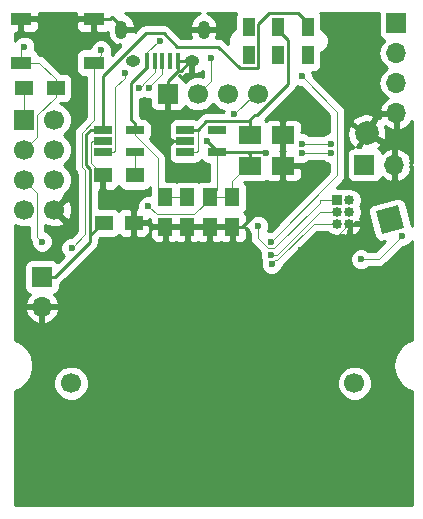
<source format=gbl>
G04 #@! TF.FileFunction,Copper,L2,Bot,Signal*
%FSLAX46Y46*%
G04 Gerber Fmt 4.6, Leading zero omitted, Abs format (unit mm)*
G04 Created by KiCad (PCBNEW 4.0.6) date 11/07/17 14:14:17*
%MOMM*%
%LPD*%
G01*
G04 APERTURE LIST*
%ADD10C,0.100000*%
%ADD11R,1.700000X1.700000*%
%ADD12C,1.700000*%
%ADD13O,1.700000X1.700000*%
%ADD14C,2.000000*%
%ADD15R,1.250000X1.500000*%
%ADD16R,1.500000X1.250000*%
%ADD17R,0.400000X1.350000*%
%ADD18O,1.250000X0.950000*%
%ADD19O,1.000000X1.550000*%
%ADD20R,1.500000X1.300000*%
%ADD21R,1.800000X1.100000*%
%ADD22R,1.560000X0.650000*%
%ADD23R,1.950000X1.500000*%
%ADD24R,1.000000X1.600000*%
%ADD25R,0.850000X0.850000*%
%ADD26O,0.850000X0.850000*%
%ADD27C,0.600000*%
%ADD28C,0.250000*%
%ADD29C,0.254000*%
G04 APERTURE END LIST*
D10*
D11*
X135500000Y-62690000D03*
D12*
X138040000Y-62690000D03*
X135500000Y-65230000D03*
X138040000Y-65230000D03*
X135500000Y-67770000D03*
X138040000Y-67770000D03*
X135500000Y-70310000D03*
X138040000Y-70310000D03*
D11*
X137000000Y-76000000D03*
D13*
X137000000Y-78540000D03*
D10*
G36*
X167691770Y-71848143D02*
X165759918Y-72365781D01*
X165242280Y-70433929D01*
X167174132Y-69916291D01*
X167691770Y-71848143D01*
X167691770Y-71848143D01*
G37*
D14*
X164500000Y-63800000D03*
D15*
X149300000Y-69250000D03*
X149300000Y-71750000D03*
X147446197Y-69247797D03*
X147446197Y-71747797D03*
X151200000Y-69250000D03*
X151200000Y-71750000D03*
X153100000Y-69250000D03*
X153100000Y-71750000D03*
D16*
X142250000Y-71400000D03*
X144750000Y-71400000D03*
D17*
X145900000Y-57750000D03*
X146550000Y-57750000D03*
X147200000Y-57750000D03*
X147850000Y-57750000D03*
X148500000Y-57750000D03*
D18*
X144700000Y-57750000D03*
X149700000Y-57750000D03*
D19*
X143700000Y-55050000D03*
X150700000Y-55050000D03*
D11*
X164300000Y-66500000D03*
D13*
X166840000Y-66500000D03*
D20*
X138150000Y-60000000D03*
X135450000Y-60000000D03*
X142150000Y-67400000D03*
X144850000Y-67400000D03*
D21*
X135200000Y-57850000D03*
X141400000Y-57850000D03*
X135200000Y-54150000D03*
X141400000Y-54150000D03*
D22*
X142150000Y-65450000D03*
X142150000Y-64500000D03*
X142150000Y-63550000D03*
X144850000Y-63550000D03*
X144850000Y-65450000D03*
X149150000Y-65450000D03*
X149150000Y-64500000D03*
X149150000Y-63550000D03*
X151850000Y-63550000D03*
X151850000Y-65450000D03*
D23*
X154625000Y-64000000D03*
X157375000Y-64000000D03*
X154625000Y-66600000D03*
X157375000Y-66600000D03*
D24*
X159500000Y-57200000D03*
X157000000Y-57200000D03*
X154500000Y-57200000D03*
X159500000Y-54800000D03*
X154500000Y-54800000D03*
X157000000Y-54800000D03*
D25*
X162000000Y-69500000D03*
D26*
X163000000Y-69500000D03*
X162000000Y-70500000D03*
X163000000Y-70500000D03*
X162000000Y-71500000D03*
X163000000Y-71500000D03*
D11*
X147660000Y-60500000D03*
D12*
X150200000Y-60500000D03*
X152740000Y-60500000D03*
X155280000Y-60500000D03*
X139460000Y-85000000D03*
X163460000Y-85000000D03*
D11*
X167000000Y-54500000D03*
D13*
X167000000Y-57040000D03*
X167000000Y-59580000D03*
X167000000Y-62120000D03*
D27*
X158950000Y-73750000D03*
X160000000Y-84000000D03*
X155000000Y-85000000D03*
X147000000Y-85000000D03*
X161450000Y-64699997D03*
X159000000Y-64699997D03*
X147000000Y-56000000D03*
X151300000Y-57500000D03*
X146000000Y-70000000D03*
X137000000Y-73000000D03*
X156000000Y-65500000D03*
X151000000Y-64500000D03*
X159000000Y-59000000D03*
X156400000Y-73000000D03*
X156372207Y-74100001D03*
X145221500Y-60026228D03*
X146021059Y-59999320D03*
X155283716Y-71653465D03*
X142000000Y-56799998D03*
X135500000Y-56500000D03*
X156450000Y-74896211D03*
X139500000Y-73550000D03*
X161450000Y-65500000D03*
X159000000Y-65500000D03*
X144000000Y-58700000D03*
X167500000Y-72500000D03*
X164000000Y-74500000D03*
X153300000Y-62200000D03*
D28*
X141120000Y-63550000D02*
X142150000Y-63550000D01*
X140744988Y-63925012D02*
X141120000Y-63550000D01*
X140744988Y-66525333D02*
X140744988Y-63925012D01*
X141044999Y-66825343D02*
X140744988Y-66525333D01*
X141044999Y-73055001D02*
X141044999Y-66825343D01*
X142150000Y-63550000D02*
X142150000Y-59018616D01*
X151914998Y-56500000D02*
X153739999Y-58325001D01*
X145793618Y-55374998D02*
X147300002Y-55374998D01*
X155325001Y-58260001D02*
X155325001Y-54589997D01*
X147300002Y-55374998D02*
X148425004Y-56500000D01*
X142150000Y-59018616D02*
X145793618Y-55374998D01*
X159500000Y-54500000D02*
X159500000Y-54800000D01*
X148425004Y-56500000D02*
X151914998Y-56500000D01*
X155325001Y-54589997D02*
X156239999Y-53674999D01*
X153739999Y-58325001D02*
X155260001Y-58325001D01*
X158674999Y-53674999D02*
X159500000Y-54500000D01*
X156239999Y-53674999D02*
X158674999Y-53674999D01*
X155260001Y-58325001D02*
X155325001Y-58260001D01*
X141044999Y-72480001D02*
X142125000Y-71400000D01*
X141044999Y-73055001D02*
X141044999Y-72480001D01*
X142125000Y-71400000D02*
X142250000Y-71400000D01*
X137000000Y-76000000D02*
X138100000Y-76000000D01*
X138100000Y-76000000D02*
X141044999Y-73055001D01*
D10*
X158950000Y-73750000D02*
X159249999Y-73450001D01*
X159249999Y-73450001D02*
X161049999Y-73450001D01*
X161049999Y-73450001D02*
X162575001Y-71924999D01*
X162575001Y-71924999D02*
X163000000Y-71500000D01*
X141119999Y-64650001D02*
X141119999Y-66369999D01*
X142150000Y-64500000D02*
X141270000Y-64500000D01*
X141270000Y-64500000D02*
X141119999Y-64650001D01*
X141119999Y-66369999D02*
X142150000Y-67400000D01*
D28*
X153100000Y-71750000D02*
X153975000Y-71750000D01*
X153975000Y-71750000D02*
X157375000Y-68350000D01*
X157375000Y-68350000D02*
X157375000Y-67600000D01*
X157375000Y-67600000D02*
X157375000Y-66600000D01*
X141400000Y-54150000D02*
X142800000Y-54150000D01*
X142925000Y-54025000D02*
X142950000Y-54025000D01*
X142800000Y-54150000D02*
X142925000Y-54025000D01*
X142950000Y-54025000D02*
X143700000Y-54775000D01*
X143700000Y-54775000D02*
X143700000Y-55050000D01*
X148500000Y-58560000D02*
X148740000Y-58560000D01*
X148740000Y-58560000D02*
X149550000Y-57750000D01*
X149550000Y-57750000D02*
X149700000Y-57750000D01*
X148500000Y-57750000D02*
X149700000Y-57750000D01*
X147660000Y-60500000D02*
X147660000Y-59400000D01*
X148500000Y-58560000D02*
X148500000Y-57750000D01*
X147660000Y-59400000D02*
X148500000Y-58560000D01*
X149150000Y-64500000D02*
X148120000Y-64500000D01*
D10*
X159000000Y-64699997D02*
X161450000Y-64699997D01*
X147446197Y-69247797D02*
X149297797Y-69247797D01*
X149297797Y-69247797D02*
X149300000Y-69250000D01*
X146800000Y-67150002D02*
X146800000Y-68601600D01*
X146800000Y-68601600D02*
X147446197Y-69247797D01*
X144850000Y-63550000D02*
X144850000Y-63975000D01*
X144850000Y-63975000D02*
X146800000Y-65925000D01*
X146800000Y-65925000D02*
X146800000Y-67150002D01*
X145900000Y-56975000D02*
X146875000Y-56000000D01*
X145900000Y-57750000D02*
X145900000Y-56975000D01*
X146875000Y-56000000D02*
X147000000Y-56000000D01*
D28*
X145900000Y-57750000D02*
X145900000Y-58225000D01*
X145900000Y-58225000D02*
X144574996Y-59550004D01*
X144574996Y-59550004D02*
X144574996Y-62699996D01*
X144574996Y-62699996D02*
X144850000Y-62975000D01*
X144850000Y-62975000D02*
X144850000Y-63550000D01*
D10*
X151300000Y-57500000D02*
X151300001Y-57924265D01*
X151300001Y-57924265D02*
X151300001Y-59399999D01*
X153100000Y-69250000D02*
X153100000Y-67900000D01*
X153100000Y-67900000D02*
X154400000Y-66600000D01*
X154400000Y-66600000D02*
X154625000Y-66600000D01*
X151850000Y-65450000D02*
X151850000Y-68600000D01*
X151850000Y-68600000D02*
X151200000Y-69250000D01*
X151300001Y-59399999D02*
X151049999Y-59650001D01*
X151049999Y-59650001D02*
X150200000Y-60500000D01*
X151200000Y-69250000D02*
X153100000Y-69250000D01*
X146000000Y-70000000D02*
X146700000Y-70700000D01*
X149875000Y-70700000D02*
X151200000Y-69375000D01*
X146700000Y-70700000D02*
X149875000Y-70700000D01*
X151200000Y-69375000D02*
X151200000Y-69250000D01*
X135500000Y-67770000D02*
X136600001Y-68870001D01*
X136600001Y-68870001D02*
X136600001Y-72600001D01*
X136600001Y-72600001D02*
X137000000Y-73000000D01*
D28*
X154475000Y-65450000D02*
X154625000Y-65600000D01*
X154625000Y-65600000D02*
X154625000Y-66600000D01*
X153450000Y-65450000D02*
X155950000Y-65450000D01*
X155950000Y-65450000D02*
X156000000Y-65500000D01*
X151850000Y-65450000D02*
X153450000Y-65450000D01*
X151850000Y-65450000D02*
X151850000Y-65350000D01*
X151850000Y-65350000D02*
X151000000Y-64500000D01*
D10*
X135500000Y-62690000D02*
X135500000Y-60050000D01*
X135500000Y-60050000D02*
X135450000Y-60000000D01*
X149150000Y-63550000D02*
X150030000Y-63550000D01*
X150030000Y-63550000D02*
X150180001Y-63700001D01*
X150030000Y-65450000D02*
X149150000Y-65450000D01*
X150180001Y-63700001D02*
X150180001Y-65299999D01*
X150180001Y-65299999D02*
X150030000Y-65450000D01*
D28*
X154450019Y-62825001D02*
X155000000Y-62275020D01*
X150180000Y-63550000D02*
X150904999Y-62825001D01*
X149150000Y-63550000D02*
X150180000Y-63550000D01*
X150904999Y-62825001D02*
X154450019Y-62825001D01*
X157000000Y-54800000D02*
X157000000Y-55100000D01*
X157000000Y-55100000D02*
X157825001Y-55925001D01*
X157825001Y-55925001D02*
X157825001Y-59694001D01*
X157825001Y-59694001D02*
X155243982Y-62275020D01*
X155243982Y-62275020D02*
X155000000Y-62275020D01*
X154625000Y-62650020D02*
X155000000Y-62275020D01*
X154625000Y-64000000D02*
X154625000Y-62650020D01*
D10*
X159000000Y-59000000D02*
X162000000Y-62000000D01*
X159000000Y-70400000D02*
X156400000Y-73000000D01*
X162000000Y-62000000D02*
X162000000Y-67400000D01*
X162000000Y-67400000D02*
X156400000Y-73000000D01*
X156372207Y-74100001D02*
X156899999Y-74100001D01*
X156899999Y-74100001D02*
X160500000Y-70500000D01*
X160500000Y-70500000D02*
X162000000Y-70500000D01*
X146550000Y-57750000D02*
X146550000Y-58651731D01*
X146550000Y-58651731D02*
X145521499Y-59680232D01*
X145521499Y-59680232D02*
X145521499Y-59726229D01*
X145521499Y-59726229D02*
X145221500Y-60026228D01*
X146321058Y-59699321D02*
X146021059Y-59999320D01*
X147200000Y-58820379D02*
X146321058Y-59699321D01*
X147200000Y-57750000D02*
X147200000Y-58820379D01*
X160500000Y-69500000D02*
X160500000Y-69714002D01*
X160500000Y-69714002D02*
X156664001Y-73550001D01*
X156664001Y-73550001D02*
X156135999Y-73550001D01*
X156135999Y-73550001D02*
X155283716Y-72697718D01*
X155283716Y-72697718D02*
X155283716Y-72077729D01*
X155283716Y-72077729D02*
X155283716Y-71653465D01*
X160500000Y-69500000D02*
X162000000Y-69500000D01*
X142000000Y-56799998D02*
X142000000Y-57224262D01*
X142000000Y-57224262D02*
X141400000Y-57824262D01*
X141400000Y-57824262D02*
X141400000Y-57850000D01*
X135200000Y-57850000D02*
X135200000Y-56800000D01*
X135200000Y-56800000D02*
X135500000Y-56500000D01*
X156450000Y-74896211D02*
X156749999Y-74596212D01*
X156749999Y-74596212D02*
X156903788Y-74596212D01*
X156903788Y-74596212D02*
X160000000Y-71500000D01*
X139500000Y-73550000D02*
X140669989Y-72380011D01*
X140669989Y-72380011D02*
X140669989Y-66980677D01*
X140669989Y-66980677D02*
X140369978Y-66680667D01*
X140369978Y-66680667D02*
X140369978Y-63769678D01*
X140369978Y-63769678D02*
X141400000Y-62739656D01*
X141400000Y-62739656D02*
X141400000Y-57850000D01*
X160000000Y-71500000D02*
X162000000Y-71500000D01*
X138150000Y-60000000D02*
X138150000Y-59250000D01*
X138150000Y-59250000D02*
X136750000Y-57850000D01*
X136750000Y-57850000D02*
X136200000Y-57850000D01*
X136200000Y-57850000D02*
X135200000Y-57850000D01*
X135500000Y-65230000D02*
X136600001Y-64129999D01*
X136600001Y-64129999D02*
X136600001Y-62299999D01*
X136600001Y-62299999D02*
X138150000Y-60750000D01*
X138150000Y-60750000D02*
X138150000Y-60000000D01*
X159000000Y-65500000D02*
X161450000Y-65500000D01*
X144000000Y-58700000D02*
X144000000Y-59124264D01*
X144000000Y-59124264D02*
X143180001Y-59944263D01*
X143180001Y-59944263D02*
X143180001Y-65299999D01*
X143030000Y-65450000D02*
X142150000Y-65450000D01*
X143180001Y-65299999D02*
X143030000Y-65450000D01*
X142150000Y-65450000D02*
X142605000Y-65450000D01*
X144850000Y-67400000D02*
X144850000Y-65450000D01*
X164000000Y-74500000D02*
X165500000Y-74500000D01*
X165500000Y-74500000D02*
X167500000Y-72500000D01*
X153300000Y-62200000D02*
X155000000Y-60500000D01*
X155000000Y-60500000D02*
X155280000Y-60500000D01*
D29*
G36*
X139865000Y-53864250D02*
X140023750Y-54023000D01*
X141273000Y-54023000D01*
X141273000Y-54003000D01*
X141527000Y-54003000D01*
X141527000Y-54023000D01*
X141547000Y-54023000D01*
X141547000Y-54277000D01*
X141527000Y-54277000D01*
X141527000Y-55176250D01*
X141685750Y-55335000D01*
X142426309Y-55335000D01*
X142565000Y-55277552D01*
X142565000Y-55452000D01*
X142699998Y-55876678D01*
X142987237Y-56217368D01*
X143398126Y-56419119D01*
X143572998Y-56292955D01*
X143572998Y-56460000D01*
X143633814Y-56460000D01*
X142923111Y-57170703D01*
X142903162Y-57064683D01*
X142902758Y-57064055D01*
X142934838Y-56986797D01*
X142935162Y-56614831D01*
X142793117Y-56271055D01*
X142530327Y-56007806D01*
X142186799Y-55865160D01*
X141814833Y-55864836D01*
X141471057Y-56006881D01*
X141207808Y-56269671D01*
X141065162Y-56613199D01*
X141065128Y-56652560D01*
X140500000Y-56652560D01*
X140264683Y-56696838D01*
X140048559Y-56835910D01*
X139903569Y-57048110D01*
X139852560Y-57300000D01*
X139852560Y-58400000D01*
X139896838Y-58635317D01*
X140035910Y-58851441D01*
X140248110Y-58996431D01*
X140500000Y-59047440D01*
X140715000Y-59047440D01*
X140715000Y-62455920D01*
X139885610Y-63285310D01*
X139737121Y-63507540D01*
X139684978Y-63769678D01*
X139684978Y-66680668D01*
X139737121Y-66942806D01*
X139762426Y-66980677D01*
X139875566Y-67150002D01*
X139885611Y-67165036D01*
X139984989Y-67264414D01*
X139984989Y-72096275D01*
X139466294Y-72614970D01*
X139314833Y-72614838D01*
X138971057Y-72756883D01*
X138707808Y-73019673D01*
X138565162Y-73363201D01*
X138564838Y-73735167D01*
X138706883Y-74078943D01*
X138826465Y-74198733D01*
X138319003Y-74706195D01*
X138314090Y-74698559D01*
X138101890Y-74553569D01*
X137850000Y-74502560D01*
X136150000Y-74502560D01*
X135914683Y-74546838D01*
X135698559Y-74685910D01*
X135553569Y-74898110D01*
X135502560Y-75150000D01*
X135502560Y-76850000D01*
X135546838Y-77085317D01*
X135685910Y-77301441D01*
X135898110Y-77446431D01*
X136006107Y-77468301D01*
X135728355Y-77773076D01*
X135558524Y-78183110D01*
X135679845Y-78413000D01*
X136873000Y-78413000D01*
X136873000Y-78393000D01*
X137127000Y-78393000D01*
X137127000Y-78413000D01*
X138320155Y-78413000D01*
X138441476Y-78183110D01*
X138271645Y-77773076D01*
X137995499Y-77470063D01*
X138085317Y-77453162D01*
X138301441Y-77314090D01*
X138446431Y-77101890D01*
X138497440Y-76850000D01*
X138497440Y-76630920D01*
X138637401Y-76537401D01*
X141582400Y-73592402D01*
X141747147Y-73345840D01*
X141804999Y-73055001D01*
X141804999Y-72794803D01*
X141927362Y-72672440D01*
X143000000Y-72672440D01*
X143235317Y-72628162D01*
X143451441Y-72489090D01*
X143497969Y-72420994D01*
X143640302Y-72563327D01*
X143873691Y-72660000D01*
X144464250Y-72660000D01*
X144623000Y-72501250D01*
X144623000Y-71527000D01*
X144877000Y-71527000D01*
X144877000Y-72501250D01*
X145035750Y-72660000D01*
X145626309Y-72660000D01*
X145859698Y-72563327D01*
X146038327Y-72384699D01*
X146135000Y-72151310D01*
X146135000Y-72033547D01*
X146186197Y-72033547D01*
X146186197Y-72624106D01*
X146282870Y-72857495D01*
X146461498Y-73036124D01*
X146694887Y-73132797D01*
X147160447Y-73132797D01*
X147319197Y-72974047D01*
X147319197Y-71874797D01*
X147573197Y-71874797D01*
X147573197Y-72974047D01*
X147731947Y-73132797D01*
X148197507Y-73132797D01*
X148370439Y-73061166D01*
X148548690Y-73135000D01*
X149014250Y-73135000D01*
X149173000Y-72976250D01*
X149173000Y-71877000D01*
X149427000Y-71877000D01*
X149427000Y-72976250D01*
X149585750Y-73135000D01*
X150051310Y-73135000D01*
X150250000Y-73052700D01*
X150448690Y-73135000D01*
X150914250Y-73135000D01*
X151073000Y-72976250D01*
X151073000Y-71877000D01*
X151327000Y-71877000D01*
X151327000Y-72976250D01*
X151485750Y-73135000D01*
X151951310Y-73135000D01*
X152150000Y-73052700D01*
X152348690Y-73135000D01*
X152814250Y-73135000D01*
X152973000Y-72976250D01*
X152973000Y-71877000D01*
X151327000Y-71877000D01*
X151073000Y-71877000D01*
X149427000Y-71877000D01*
X149173000Y-71877000D01*
X148549650Y-71877000D01*
X148547447Y-71874797D01*
X147573197Y-71874797D01*
X147319197Y-71874797D01*
X146344947Y-71874797D01*
X146186197Y-72033547D01*
X146135000Y-72033547D01*
X146135000Y-71685750D01*
X145976250Y-71527000D01*
X144877000Y-71527000D01*
X144623000Y-71527000D01*
X144603000Y-71527000D01*
X144603000Y-71273000D01*
X144623000Y-71273000D01*
X144623000Y-70298750D01*
X144464250Y-70140000D01*
X143873691Y-70140000D01*
X143640302Y-70236673D01*
X143499064Y-70377910D01*
X143464090Y-70323559D01*
X143251890Y-70178569D01*
X143000000Y-70127560D01*
X141804999Y-70127560D01*
X141804999Y-68685000D01*
X141864250Y-68685000D01*
X142023000Y-68526250D01*
X142023000Y-67527000D01*
X142003000Y-67527000D01*
X142003000Y-67273000D01*
X142023000Y-67273000D01*
X142023000Y-67253000D01*
X142277000Y-67253000D01*
X142277000Y-67273000D01*
X142297000Y-67273000D01*
X142297000Y-67527000D01*
X142277000Y-67527000D01*
X142277000Y-68526250D01*
X142435750Y-68685000D01*
X143026309Y-68685000D01*
X143259698Y-68588327D01*
X143438327Y-68409699D01*
X143494654Y-68273713D01*
X143496838Y-68285317D01*
X143635910Y-68501441D01*
X143848110Y-68646431D01*
X144100000Y-68697440D01*
X145600000Y-68697440D01*
X145835317Y-68653162D01*
X146051441Y-68514090D01*
X146115000Y-68421068D01*
X146115000Y-68601600D01*
X146167143Y-68863738D01*
X146173757Y-68873637D01*
X146173757Y-69065151D01*
X145814833Y-69064838D01*
X145471057Y-69206883D01*
X145207808Y-69469673D01*
X145065162Y-69813201D01*
X145064877Y-70140000D01*
X145035750Y-70140000D01*
X144877000Y-70298750D01*
X144877000Y-71273000D01*
X145976250Y-71273000D01*
X146135000Y-71114250D01*
X146135000Y-71103736D01*
X146186197Y-71154933D01*
X146186197Y-71462047D01*
X146344947Y-71620797D01*
X147319197Y-71620797D01*
X147319197Y-71600797D01*
X147573197Y-71600797D01*
X147573197Y-71620797D01*
X148196547Y-71620797D01*
X148198750Y-71623000D01*
X149173000Y-71623000D01*
X149173000Y-71603000D01*
X149427000Y-71603000D01*
X149427000Y-71623000D01*
X151073000Y-71623000D01*
X151073000Y-71603000D01*
X151327000Y-71603000D01*
X151327000Y-71623000D01*
X152973000Y-71623000D01*
X152973000Y-71603000D01*
X153227000Y-71603000D01*
X153227000Y-71623000D01*
X153247000Y-71623000D01*
X153247000Y-71877000D01*
X153227000Y-71877000D01*
X153227000Y-72976250D01*
X153385750Y-73135000D01*
X153851310Y-73135000D01*
X154084699Y-73038327D01*
X154263327Y-72859698D01*
X154360000Y-72626309D01*
X154360000Y-72035750D01*
X154201252Y-71877002D01*
X154360000Y-71877002D01*
X154360000Y-71866334D01*
X154490599Y-72182408D01*
X154598716Y-72290714D01*
X154598716Y-72697718D01*
X154650859Y-72959856D01*
X154799348Y-73182086D01*
X155464684Y-73847422D01*
X155437369Y-73913202D01*
X155437045Y-74285168D01*
X155563870Y-74592110D01*
X155515162Y-74709412D01*
X155514838Y-75081378D01*
X155656883Y-75425154D01*
X155919673Y-75688403D01*
X156263201Y-75831049D01*
X156635167Y-75831373D01*
X156978943Y-75689328D01*
X157242192Y-75426538D01*
X157384838Y-75083010D01*
X157384838Y-75082797D01*
X157388156Y-75080580D01*
X160283736Y-72185000D01*
X161186580Y-72185000D01*
X161229700Y-72249533D01*
X161573589Y-72479312D01*
X161979233Y-72560000D01*
X162020767Y-72560000D01*
X162426411Y-72479312D01*
X162515383Y-72419863D01*
X162709935Y-72519554D01*
X162873000Y-72393628D01*
X162873000Y-72095831D01*
X163000079Y-71905644D01*
X163055504Y-71627000D01*
X163127000Y-71627000D01*
X163127000Y-72393628D01*
X163290065Y-72519554D01*
X163658152Y-72330942D01*
X163926041Y-72015826D01*
X164019540Y-71790062D01*
X163892257Y-71627000D01*
X163127000Y-71627000D01*
X163055504Y-71627000D01*
X163070812Y-71550045D01*
X163426411Y-71479312D01*
X163585518Y-71373000D01*
X163892257Y-71373000D01*
X164019540Y-71209938D01*
X163934293Y-71004100D01*
X164000079Y-70905644D01*
X164080767Y-70500000D01*
X164000079Y-70094356D01*
X163937032Y-70000000D01*
X164000079Y-69905644D01*
X164080767Y-69500000D01*
X164000079Y-69094356D01*
X163770300Y-68750467D01*
X163426411Y-68520688D01*
X163020767Y-68440000D01*
X162979233Y-68440000D01*
X162701342Y-68495276D01*
X162676890Y-68478569D01*
X162425000Y-68427560D01*
X161941176Y-68427560D01*
X162484368Y-67884368D01*
X162632857Y-67662138D01*
X162685000Y-67400000D01*
X162685000Y-65650000D01*
X162802560Y-65650000D01*
X162802560Y-67350000D01*
X162846838Y-67585317D01*
X162985910Y-67801441D01*
X163198110Y-67946431D01*
X163450000Y-67997440D01*
X165150000Y-67997440D01*
X165385317Y-67953162D01*
X165601441Y-67814090D01*
X165746431Y-67601890D01*
X165768301Y-67493893D01*
X166073076Y-67771645D01*
X166483110Y-67941476D01*
X166713000Y-67820155D01*
X166713000Y-66627000D01*
X166693000Y-66627000D01*
X166693000Y-66373000D01*
X166713000Y-66373000D01*
X166713000Y-65179845D01*
X166483110Y-65058524D01*
X166073076Y-65228355D01*
X165770063Y-65504501D01*
X165753162Y-65414683D01*
X165614090Y-65198559D01*
X165490825Y-65114336D01*
X165711838Y-64944746D01*
X165738072Y-64661448D01*
X164546485Y-63973485D01*
X163952348Y-65002560D01*
X163659055Y-65002560D01*
X164326515Y-63846485D01*
X163134928Y-63158522D01*
X162902702Y-63322890D01*
X162841707Y-63970468D01*
X163033172Y-64592093D01*
X163355254Y-65011838D01*
X163385705Y-65014658D01*
X163214683Y-65046838D01*
X162998559Y-65185910D01*
X162853569Y-65398110D01*
X162802560Y-65650000D01*
X162685000Y-65650000D01*
X162685000Y-62938552D01*
X163261928Y-62938552D01*
X164453515Y-63626515D01*
X164465214Y-63606251D01*
X164514141Y-63606251D01*
X164693749Y-63785859D01*
X164706837Y-63772771D01*
X165865072Y-64441478D01*
X166097298Y-64277110D01*
X166158293Y-63629532D01*
X166032285Y-63220424D01*
X166118642Y-63315183D01*
X166643108Y-63561486D01*
X166873000Y-63440819D01*
X166873000Y-62247000D01*
X165679845Y-62247000D01*
X165558524Y-62476890D01*
X165583413Y-62536979D01*
X165541766Y-62578626D01*
X165361448Y-62561928D01*
X165092319Y-63028073D01*
X164514141Y-63606251D01*
X164465214Y-63606251D01*
X165141478Y-62434928D01*
X164977110Y-62202702D01*
X164329532Y-62141707D01*
X163707907Y-62333172D01*
X163288162Y-62655254D01*
X163261928Y-62938552D01*
X162685000Y-62938552D01*
X162685000Y-62000000D01*
X162632857Y-61737862D01*
X162484368Y-61515632D01*
X159935030Y-58966294D01*
X159935162Y-58814833D01*
X159865997Y-58647440D01*
X160000000Y-58647440D01*
X160235317Y-58603162D01*
X160451441Y-58464090D01*
X160596431Y-58251890D01*
X160647440Y-58000000D01*
X160647440Y-56989093D01*
X160813800Y-56920354D01*
X161119282Y-56615405D01*
X161284811Y-56216767D01*
X161285188Y-55785127D01*
X161120354Y-55386200D01*
X160815405Y-55080718D01*
X160647440Y-55010973D01*
X160647440Y-54000000D01*
X160603162Y-53764683D01*
X160551887Y-53685000D01*
X165502560Y-53685000D01*
X165502560Y-55350000D01*
X165546838Y-55585317D01*
X165685910Y-55801441D01*
X165898110Y-55946431D01*
X165965541Y-55960086D01*
X165920853Y-55989946D01*
X165598946Y-56471715D01*
X165485907Y-57040000D01*
X165598946Y-57608285D01*
X165920853Y-58090054D01*
X166250026Y-58310000D01*
X165920853Y-58529946D01*
X165598946Y-59011715D01*
X165485907Y-59580000D01*
X165598946Y-60148285D01*
X165920853Y-60630054D01*
X166261553Y-60857702D01*
X166118642Y-60924817D01*
X165728355Y-61353076D01*
X165558524Y-61763110D01*
X165679845Y-61993000D01*
X166873000Y-61993000D01*
X166873000Y-61973000D01*
X167127000Y-61973000D01*
X167127000Y-61993000D01*
X167147000Y-61993000D01*
X167147000Y-62247000D01*
X167127000Y-62247000D01*
X167127000Y-63440819D01*
X167356892Y-63561486D01*
X167881358Y-63315183D01*
X168271645Y-62886924D01*
X168315000Y-62782249D01*
X168315000Y-66372998D01*
X168160820Y-66372998D01*
X168281486Y-66143108D01*
X168035183Y-65618642D01*
X167606924Y-65228355D01*
X167196890Y-65058524D01*
X166967000Y-65179845D01*
X166967000Y-66373000D01*
X166987000Y-66373000D01*
X166987000Y-66627000D01*
X166967000Y-66627000D01*
X166967000Y-67820155D01*
X167196890Y-67941476D01*
X167606924Y-67771645D01*
X168035183Y-67381358D01*
X168281486Y-66856892D01*
X168160820Y-66627002D01*
X168315000Y-66627002D01*
X168315000Y-71672553D01*
X167799511Y-69748721D01*
X167695837Y-69532883D01*
X167505567Y-69360117D01*
X167263072Y-69274989D01*
X167006562Y-69290912D01*
X165074710Y-69808550D01*
X164858872Y-69912224D01*
X164686106Y-70102494D01*
X164600978Y-70344989D01*
X164616901Y-70601499D01*
X165134539Y-72533351D01*
X165238213Y-72749189D01*
X165428483Y-72921955D01*
X165670978Y-73007083D01*
X165927488Y-72991160D01*
X166081324Y-72949940D01*
X165216264Y-73815000D01*
X164637332Y-73815000D01*
X164530327Y-73707808D01*
X164186799Y-73565162D01*
X163814833Y-73564838D01*
X163471057Y-73706883D01*
X163207808Y-73969673D01*
X163065162Y-74313201D01*
X163064838Y-74685167D01*
X163206883Y-75028943D01*
X163469673Y-75292192D01*
X163813201Y-75434838D01*
X164185167Y-75435162D01*
X164528943Y-75293117D01*
X164637249Y-75185000D01*
X165500000Y-75185000D01*
X165762138Y-75132857D01*
X165984368Y-74984368D01*
X167533706Y-73435030D01*
X167685167Y-73435162D01*
X168028943Y-73293117D01*
X168292192Y-73030327D01*
X168315000Y-72975400D01*
X168315000Y-81337835D01*
X168254070Y-81349955D01*
X168079465Y-81422279D01*
X168007142Y-81452236D01*
X167488064Y-81799072D01*
X167299072Y-81988064D01*
X166952236Y-82507142D01*
X166941585Y-82532857D01*
X166849955Y-82754069D01*
X166728162Y-83366363D01*
X166728163Y-83500000D01*
X166728162Y-83633637D01*
X166849955Y-84245931D01*
X166874990Y-84306369D01*
X166952236Y-84492858D01*
X167299072Y-85011936D01*
X167488064Y-85200928D01*
X168007142Y-85547764D01*
X168079465Y-85577721D01*
X168254070Y-85650045D01*
X168315000Y-85662165D01*
X168315000Y-95315000D01*
X134685000Y-95315000D01*
X134685000Y-85662165D01*
X134745931Y-85650045D01*
X134890578Y-85590130D01*
X134992858Y-85547764D01*
X135372510Y-85294089D01*
X137974743Y-85294089D01*
X138200344Y-85840086D01*
X138617717Y-86258188D01*
X139163319Y-86484742D01*
X139754089Y-86485257D01*
X140300086Y-86259656D01*
X140718188Y-85842283D01*
X140944742Y-85296681D01*
X140944744Y-85294089D01*
X161974743Y-85294089D01*
X162200344Y-85840086D01*
X162617717Y-86258188D01*
X163163319Y-86484742D01*
X163754089Y-86485257D01*
X164300086Y-86259656D01*
X164718188Y-85842283D01*
X164944742Y-85296681D01*
X164945257Y-84705911D01*
X164719656Y-84159914D01*
X164302283Y-83741812D01*
X163756681Y-83515258D01*
X163165911Y-83514743D01*
X162619914Y-83740344D01*
X162201812Y-84157717D01*
X161975258Y-84703319D01*
X161974743Y-85294089D01*
X140944744Y-85294089D01*
X140945257Y-84705911D01*
X140719656Y-84159914D01*
X140302283Y-83741812D01*
X139756681Y-83515258D01*
X139165911Y-83514743D01*
X138619914Y-83740344D01*
X138201812Y-84157717D01*
X137975258Y-84703319D01*
X137974743Y-85294089D01*
X135372510Y-85294089D01*
X135511936Y-85200928D01*
X135700928Y-85011936D01*
X136047764Y-84492858D01*
X136082644Y-84408650D01*
X136150045Y-84245930D01*
X136271838Y-83633637D01*
X136271838Y-83366362D01*
X136150045Y-82754070D01*
X136058415Y-82532857D01*
X136047764Y-82507142D01*
X135700928Y-81988064D01*
X135511936Y-81799072D01*
X134992858Y-81452236D01*
X134890578Y-81409870D01*
X134745931Y-81349955D01*
X134685000Y-81337835D01*
X134685000Y-78896890D01*
X135558524Y-78896890D01*
X135728355Y-79306924D01*
X136118642Y-79735183D01*
X136643108Y-79981486D01*
X136873000Y-79860819D01*
X136873000Y-78667000D01*
X137127000Y-78667000D01*
X137127000Y-79860819D01*
X137356892Y-79981486D01*
X137881358Y-79735183D01*
X138271645Y-79306924D01*
X138441476Y-78896890D01*
X138320155Y-78667000D01*
X137127000Y-78667000D01*
X136873000Y-78667000D01*
X135679845Y-78667000D01*
X135558524Y-78896890D01*
X134685000Y-78896890D01*
X134685000Y-71579517D01*
X135203319Y-71794742D01*
X135794089Y-71795257D01*
X135915001Y-71745297D01*
X135915001Y-72600001D01*
X135967144Y-72862139D01*
X136064992Y-73008579D01*
X136064838Y-73185167D01*
X136206883Y-73528943D01*
X136469673Y-73792192D01*
X136813201Y-73934838D01*
X137185167Y-73935162D01*
X137528943Y-73793117D01*
X137792192Y-73530327D01*
X137934838Y-73186799D01*
X137935162Y-72814833D01*
X137793117Y-72471057D01*
X137530327Y-72207808D01*
X137285001Y-72105939D01*
X137285001Y-71615808D01*
X137811279Y-71806718D01*
X138401458Y-71780315D01*
X138824080Y-71605259D01*
X138904353Y-71353958D01*
X138040000Y-70489605D01*
X138025858Y-70503748D01*
X137846253Y-70324143D01*
X137860395Y-70310000D01*
X138219605Y-70310000D01*
X139083958Y-71174353D01*
X139335259Y-71094080D01*
X139536718Y-70538721D01*
X139510315Y-69948542D01*
X139335259Y-69525920D01*
X139083958Y-69445647D01*
X138219605Y-70310000D01*
X137860395Y-70310000D01*
X137846253Y-70295858D01*
X138025858Y-70116253D01*
X138040000Y-70130395D01*
X138904353Y-69266042D01*
X138834819Y-69048360D01*
X138880086Y-69029656D01*
X139298188Y-68612283D01*
X139524742Y-68066681D01*
X139525257Y-67475911D01*
X139299656Y-66929914D01*
X138882283Y-66511812D01*
X138854443Y-66500252D01*
X138880086Y-66489656D01*
X139298188Y-66072283D01*
X139524742Y-65526681D01*
X139525257Y-64935911D01*
X139299656Y-64389914D01*
X138882283Y-63971812D01*
X138854443Y-63960252D01*
X138880086Y-63949656D01*
X139298188Y-63532283D01*
X139524742Y-62986681D01*
X139525257Y-62395911D01*
X139299656Y-61849914D01*
X138882283Y-61431812D01*
X138567594Y-61301142D01*
X138571296Y-61297440D01*
X138900000Y-61297440D01*
X139135317Y-61253162D01*
X139351441Y-61114090D01*
X139496431Y-60901890D01*
X139547440Y-60650000D01*
X139547440Y-59350000D01*
X139503162Y-59114683D01*
X139364090Y-58898559D01*
X139151890Y-58753569D01*
X138900000Y-58702560D01*
X138571296Y-58702560D01*
X137234368Y-57365632D01*
X137012138Y-57217143D01*
X136750000Y-57165000D01*
X136722038Y-57165000D01*
X136703162Y-57064683D01*
X136564090Y-56848559D01*
X136411081Y-56744012D01*
X136434838Y-56686799D01*
X136435162Y-56314833D01*
X136293117Y-55971057D01*
X136030327Y-55707808D01*
X135686799Y-55565162D01*
X135314833Y-55564838D01*
X134971057Y-55706883D01*
X134707808Y-55969673D01*
X134685000Y-56024600D01*
X134685000Y-55335000D01*
X134914250Y-55335000D01*
X135073000Y-55176250D01*
X135073000Y-54277000D01*
X135327000Y-54277000D01*
X135327000Y-55176250D01*
X135485750Y-55335000D01*
X136226309Y-55335000D01*
X136459698Y-55238327D01*
X136638327Y-55059699D01*
X136735000Y-54826310D01*
X136735000Y-54435750D01*
X139865000Y-54435750D01*
X139865000Y-54826310D01*
X139961673Y-55059699D01*
X140140302Y-55238327D01*
X140373691Y-55335000D01*
X141114250Y-55335000D01*
X141273000Y-55176250D01*
X141273000Y-54277000D01*
X140023750Y-54277000D01*
X139865000Y-54435750D01*
X136735000Y-54435750D01*
X136576250Y-54277000D01*
X135327000Y-54277000D01*
X135073000Y-54277000D01*
X135053000Y-54277000D01*
X135053000Y-54023000D01*
X135073000Y-54023000D01*
X135073000Y-54003000D01*
X135327000Y-54003000D01*
X135327000Y-54023000D01*
X136576250Y-54023000D01*
X136735000Y-53864250D01*
X136735000Y-53685000D01*
X139865000Y-53685000D01*
X139865000Y-53864250D01*
X139865000Y-53864250D01*
G37*
X139865000Y-53864250D02*
X140023750Y-54023000D01*
X141273000Y-54023000D01*
X141273000Y-54003000D01*
X141527000Y-54003000D01*
X141527000Y-54023000D01*
X141547000Y-54023000D01*
X141547000Y-54277000D01*
X141527000Y-54277000D01*
X141527000Y-55176250D01*
X141685750Y-55335000D01*
X142426309Y-55335000D01*
X142565000Y-55277552D01*
X142565000Y-55452000D01*
X142699998Y-55876678D01*
X142987237Y-56217368D01*
X143398126Y-56419119D01*
X143572998Y-56292955D01*
X143572998Y-56460000D01*
X143633814Y-56460000D01*
X142923111Y-57170703D01*
X142903162Y-57064683D01*
X142902758Y-57064055D01*
X142934838Y-56986797D01*
X142935162Y-56614831D01*
X142793117Y-56271055D01*
X142530327Y-56007806D01*
X142186799Y-55865160D01*
X141814833Y-55864836D01*
X141471057Y-56006881D01*
X141207808Y-56269671D01*
X141065162Y-56613199D01*
X141065128Y-56652560D01*
X140500000Y-56652560D01*
X140264683Y-56696838D01*
X140048559Y-56835910D01*
X139903569Y-57048110D01*
X139852560Y-57300000D01*
X139852560Y-58400000D01*
X139896838Y-58635317D01*
X140035910Y-58851441D01*
X140248110Y-58996431D01*
X140500000Y-59047440D01*
X140715000Y-59047440D01*
X140715000Y-62455920D01*
X139885610Y-63285310D01*
X139737121Y-63507540D01*
X139684978Y-63769678D01*
X139684978Y-66680668D01*
X139737121Y-66942806D01*
X139762426Y-66980677D01*
X139875566Y-67150002D01*
X139885611Y-67165036D01*
X139984989Y-67264414D01*
X139984989Y-72096275D01*
X139466294Y-72614970D01*
X139314833Y-72614838D01*
X138971057Y-72756883D01*
X138707808Y-73019673D01*
X138565162Y-73363201D01*
X138564838Y-73735167D01*
X138706883Y-74078943D01*
X138826465Y-74198733D01*
X138319003Y-74706195D01*
X138314090Y-74698559D01*
X138101890Y-74553569D01*
X137850000Y-74502560D01*
X136150000Y-74502560D01*
X135914683Y-74546838D01*
X135698559Y-74685910D01*
X135553569Y-74898110D01*
X135502560Y-75150000D01*
X135502560Y-76850000D01*
X135546838Y-77085317D01*
X135685910Y-77301441D01*
X135898110Y-77446431D01*
X136006107Y-77468301D01*
X135728355Y-77773076D01*
X135558524Y-78183110D01*
X135679845Y-78413000D01*
X136873000Y-78413000D01*
X136873000Y-78393000D01*
X137127000Y-78393000D01*
X137127000Y-78413000D01*
X138320155Y-78413000D01*
X138441476Y-78183110D01*
X138271645Y-77773076D01*
X137995499Y-77470063D01*
X138085317Y-77453162D01*
X138301441Y-77314090D01*
X138446431Y-77101890D01*
X138497440Y-76850000D01*
X138497440Y-76630920D01*
X138637401Y-76537401D01*
X141582400Y-73592402D01*
X141747147Y-73345840D01*
X141804999Y-73055001D01*
X141804999Y-72794803D01*
X141927362Y-72672440D01*
X143000000Y-72672440D01*
X143235317Y-72628162D01*
X143451441Y-72489090D01*
X143497969Y-72420994D01*
X143640302Y-72563327D01*
X143873691Y-72660000D01*
X144464250Y-72660000D01*
X144623000Y-72501250D01*
X144623000Y-71527000D01*
X144877000Y-71527000D01*
X144877000Y-72501250D01*
X145035750Y-72660000D01*
X145626309Y-72660000D01*
X145859698Y-72563327D01*
X146038327Y-72384699D01*
X146135000Y-72151310D01*
X146135000Y-72033547D01*
X146186197Y-72033547D01*
X146186197Y-72624106D01*
X146282870Y-72857495D01*
X146461498Y-73036124D01*
X146694887Y-73132797D01*
X147160447Y-73132797D01*
X147319197Y-72974047D01*
X147319197Y-71874797D01*
X147573197Y-71874797D01*
X147573197Y-72974047D01*
X147731947Y-73132797D01*
X148197507Y-73132797D01*
X148370439Y-73061166D01*
X148548690Y-73135000D01*
X149014250Y-73135000D01*
X149173000Y-72976250D01*
X149173000Y-71877000D01*
X149427000Y-71877000D01*
X149427000Y-72976250D01*
X149585750Y-73135000D01*
X150051310Y-73135000D01*
X150250000Y-73052700D01*
X150448690Y-73135000D01*
X150914250Y-73135000D01*
X151073000Y-72976250D01*
X151073000Y-71877000D01*
X151327000Y-71877000D01*
X151327000Y-72976250D01*
X151485750Y-73135000D01*
X151951310Y-73135000D01*
X152150000Y-73052700D01*
X152348690Y-73135000D01*
X152814250Y-73135000D01*
X152973000Y-72976250D01*
X152973000Y-71877000D01*
X151327000Y-71877000D01*
X151073000Y-71877000D01*
X149427000Y-71877000D01*
X149173000Y-71877000D01*
X148549650Y-71877000D01*
X148547447Y-71874797D01*
X147573197Y-71874797D01*
X147319197Y-71874797D01*
X146344947Y-71874797D01*
X146186197Y-72033547D01*
X146135000Y-72033547D01*
X146135000Y-71685750D01*
X145976250Y-71527000D01*
X144877000Y-71527000D01*
X144623000Y-71527000D01*
X144603000Y-71527000D01*
X144603000Y-71273000D01*
X144623000Y-71273000D01*
X144623000Y-70298750D01*
X144464250Y-70140000D01*
X143873691Y-70140000D01*
X143640302Y-70236673D01*
X143499064Y-70377910D01*
X143464090Y-70323559D01*
X143251890Y-70178569D01*
X143000000Y-70127560D01*
X141804999Y-70127560D01*
X141804999Y-68685000D01*
X141864250Y-68685000D01*
X142023000Y-68526250D01*
X142023000Y-67527000D01*
X142003000Y-67527000D01*
X142003000Y-67273000D01*
X142023000Y-67273000D01*
X142023000Y-67253000D01*
X142277000Y-67253000D01*
X142277000Y-67273000D01*
X142297000Y-67273000D01*
X142297000Y-67527000D01*
X142277000Y-67527000D01*
X142277000Y-68526250D01*
X142435750Y-68685000D01*
X143026309Y-68685000D01*
X143259698Y-68588327D01*
X143438327Y-68409699D01*
X143494654Y-68273713D01*
X143496838Y-68285317D01*
X143635910Y-68501441D01*
X143848110Y-68646431D01*
X144100000Y-68697440D01*
X145600000Y-68697440D01*
X145835317Y-68653162D01*
X146051441Y-68514090D01*
X146115000Y-68421068D01*
X146115000Y-68601600D01*
X146167143Y-68863738D01*
X146173757Y-68873637D01*
X146173757Y-69065151D01*
X145814833Y-69064838D01*
X145471057Y-69206883D01*
X145207808Y-69469673D01*
X145065162Y-69813201D01*
X145064877Y-70140000D01*
X145035750Y-70140000D01*
X144877000Y-70298750D01*
X144877000Y-71273000D01*
X145976250Y-71273000D01*
X146135000Y-71114250D01*
X146135000Y-71103736D01*
X146186197Y-71154933D01*
X146186197Y-71462047D01*
X146344947Y-71620797D01*
X147319197Y-71620797D01*
X147319197Y-71600797D01*
X147573197Y-71600797D01*
X147573197Y-71620797D01*
X148196547Y-71620797D01*
X148198750Y-71623000D01*
X149173000Y-71623000D01*
X149173000Y-71603000D01*
X149427000Y-71603000D01*
X149427000Y-71623000D01*
X151073000Y-71623000D01*
X151073000Y-71603000D01*
X151327000Y-71603000D01*
X151327000Y-71623000D01*
X152973000Y-71623000D01*
X152973000Y-71603000D01*
X153227000Y-71603000D01*
X153227000Y-71623000D01*
X153247000Y-71623000D01*
X153247000Y-71877000D01*
X153227000Y-71877000D01*
X153227000Y-72976250D01*
X153385750Y-73135000D01*
X153851310Y-73135000D01*
X154084699Y-73038327D01*
X154263327Y-72859698D01*
X154360000Y-72626309D01*
X154360000Y-72035750D01*
X154201252Y-71877002D01*
X154360000Y-71877002D01*
X154360000Y-71866334D01*
X154490599Y-72182408D01*
X154598716Y-72290714D01*
X154598716Y-72697718D01*
X154650859Y-72959856D01*
X154799348Y-73182086D01*
X155464684Y-73847422D01*
X155437369Y-73913202D01*
X155437045Y-74285168D01*
X155563870Y-74592110D01*
X155515162Y-74709412D01*
X155514838Y-75081378D01*
X155656883Y-75425154D01*
X155919673Y-75688403D01*
X156263201Y-75831049D01*
X156635167Y-75831373D01*
X156978943Y-75689328D01*
X157242192Y-75426538D01*
X157384838Y-75083010D01*
X157384838Y-75082797D01*
X157388156Y-75080580D01*
X160283736Y-72185000D01*
X161186580Y-72185000D01*
X161229700Y-72249533D01*
X161573589Y-72479312D01*
X161979233Y-72560000D01*
X162020767Y-72560000D01*
X162426411Y-72479312D01*
X162515383Y-72419863D01*
X162709935Y-72519554D01*
X162873000Y-72393628D01*
X162873000Y-72095831D01*
X163000079Y-71905644D01*
X163055504Y-71627000D01*
X163127000Y-71627000D01*
X163127000Y-72393628D01*
X163290065Y-72519554D01*
X163658152Y-72330942D01*
X163926041Y-72015826D01*
X164019540Y-71790062D01*
X163892257Y-71627000D01*
X163127000Y-71627000D01*
X163055504Y-71627000D01*
X163070812Y-71550045D01*
X163426411Y-71479312D01*
X163585518Y-71373000D01*
X163892257Y-71373000D01*
X164019540Y-71209938D01*
X163934293Y-71004100D01*
X164000079Y-70905644D01*
X164080767Y-70500000D01*
X164000079Y-70094356D01*
X163937032Y-70000000D01*
X164000079Y-69905644D01*
X164080767Y-69500000D01*
X164000079Y-69094356D01*
X163770300Y-68750467D01*
X163426411Y-68520688D01*
X163020767Y-68440000D01*
X162979233Y-68440000D01*
X162701342Y-68495276D01*
X162676890Y-68478569D01*
X162425000Y-68427560D01*
X161941176Y-68427560D01*
X162484368Y-67884368D01*
X162632857Y-67662138D01*
X162685000Y-67400000D01*
X162685000Y-65650000D01*
X162802560Y-65650000D01*
X162802560Y-67350000D01*
X162846838Y-67585317D01*
X162985910Y-67801441D01*
X163198110Y-67946431D01*
X163450000Y-67997440D01*
X165150000Y-67997440D01*
X165385317Y-67953162D01*
X165601441Y-67814090D01*
X165746431Y-67601890D01*
X165768301Y-67493893D01*
X166073076Y-67771645D01*
X166483110Y-67941476D01*
X166713000Y-67820155D01*
X166713000Y-66627000D01*
X166693000Y-66627000D01*
X166693000Y-66373000D01*
X166713000Y-66373000D01*
X166713000Y-65179845D01*
X166483110Y-65058524D01*
X166073076Y-65228355D01*
X165770063Y-65504501D01*
X165753162Y-65414683D01*
X165614090Y-65198559D01*
X165490825Y-65114336D01*
X165711838Y-64944746D01*
X165738072Y-64661448D01*
X164546485Y-63973485D01*
X163952348Y-65002560D01*
X163659055Y-65002560D01*
X164326515Y-63846485D01*
X163134928Y-63158522D01*
X162902702Y-63322890D01*
X162841707Y-63970468D01*
X163033172Y-64592093D01*
X163355254Y-65011838D01*
X163385705Y-65014658D01*
X163214683Y-65046838D01*
X162998559Y-65185910D01*
X162853569Y-65398110D01*
X162802560Y-65650000D01*
X162685000Y-65650000D01*
X162685000Y-62938552D01*
X163261928Y-62938552D01*
X164453515Y-63626515D01*
X164465214Y-63606251D01*
X164514141Y-63606251D01*
X164693749Y-63785859D01*
X164706837Y-63772771D01*
X165865072Y-64441478D01*
X166097298Y-64277110D01*
X166158293Y-63629532D01*
X166032285Y-63220424D01*
X166118642Y-63315183D01*
X166643108Y-63561486D01*
X166873000Y-63440819D01*
X166873000Y-62247000D01*
X165679845Y-62247000D01*
X165558524Y-62476890D01*
X165583413Y-62536979D01*
X165541766Y-62578626D01*
X165361448Y-62561928D01*
X165092319Y-63028073D01*
X164514141Y-63606251D01*
X164465214Y-63606251D01*
X165141478Y-62434928D01*
X164977110Y-62202702D01*
X164329532Y-62141707D01*
X163707907Y-62333172D01*
X163288162Y-62655254D01*
X163261928Y-62938552D01*
X162685000Y-62938552D01*
X162685000Y-62000000D01*
X162632857Y-61737862D01*
X162484368Y-61515632D01*
X159935030Y-58966294D01*
X159935162Y-58814833D01*
X159865997Y-58647440D01*
X160000000Y-58647440D01*
X160235317Y-58603162D01*
X160451441Y-58464090D01*
X160596431Y-58251890D01*
X160647440Y-58000000D01*
X160647440Y-56989093D01*
X160813800Y-56920354D01*
X161119282Y-56615405D01*
X161284811Y-56216767D01*
X161285188Y-55785127D01*
X161120354Y-55386200D01*
X160815405Y-55080718D01*
X160647440Y-55010973D01*
X160647440Y-54000000D01*
X160603162Y-53764683D01*
X160551887Y-53685000D01*
X165502560Y-53685000D01*
X165502560Y-55350000D01*
X165546838Y-55585317D01*
X165685910Y-55801441D01*
X165898110Y-55946431D01*
X165965541Y-55960086D01*
X165920853Y-55989946D01*
X165598946Y-56471715D01*
X165485907Y-57040000D01*
X165598946Y-57608285D01*
X165920853Y-58090054D01*
X166250026Y-58310000D01*
X165920853Y-58529946D01*
X165598946Y-59011715D01*
X165485907Y-59580000D01*
X165598946Y-60148285D01*
X165920853Y-60630054D01*
X166261553Y-60857702D01*
X166118642Y-60924817D01*
X165728355Y-61353076D01*
X165558524Y-61763110D01*
X165679845Y-61993000D01*
X166873000Y-61993000D01*
X166873000Y-61973000D01*
X167127000Y-61973000D01*
X167127000Y-61993000D01*
X167147000Y-61993000D01*
X167147000Y-62247000D01*
X167127000Y-62247000D01*
X167127000Y-63440819D01*
X167356892Y-63561486D01*
X167881358Y-63315183D01*
X168271645Y-62886924D01*
X168315000Y-62782249D01*
X168315000Y-66372998D01*
X168160820Y-66372998D01*
X168281486Y-66143108D01*
X168035183Y-65618642D01*
X167606924Y-65228355D01*
X167196890Y-65058524D01*
X166967000Y-65179845D01*
X166967000Y-66373000D01*
X166987000Y-66373000D01*
X166987000Y-66627000D01*
X166967000Y-66627000D01*
X166967000Y-67820155D01*
X167196890Y-67941476D01*
X167606924Y-67771645D01*
X168035183Y-67381358D01*
X168281486Y-66856892D01*
X168160820Y-66627002D01*
X168315000Y-66627002D01*
X168315000Y-71672553D01*
X167799511Y-69748721D01*
X167695837Y-69532883D01*
X167505567Y-69360117D01*
X167263072Y-69274989D01*
X167006562Y-69290912D01*
X165074710Y-69808550D01*
X164858872Y-69912224D01*
X164686106Y-70102494D01*
X164600978Y-70344989D01*
X164616901Y-70601499D01*
X165134539Y-72533351D01*
X165238213Y-72749189D01*
X165428483Y-72921955D01*
X165670978Y-73007083D01*
X165927488Y-72991160D01*
X166081324Y-72949940D01*
X165216264Y-73815000D01*
X164637332Y-73815000D01*
X164530327Y-73707808D01*
X164186799Y-73565162D01*
X163814833Y-73564838D01*
X163471057Y-73706883D01*
X163207808Y-73969673D01*
X163065162Y-74313201D01*
X163064838Y-74685167D01*
X163206883Y-75028943D01*
X163469673Y-75292192D01*
X163813201Y-75434838D01*
X164185167Y-75435162D01*
X164528943Y-75293117D01*
X164637249Y-75185000D01*
X165500000Y-75185000D01*
X165762138Y-75132857D01*
X165984368Y-74984368D01*
X167533706Y-73435030D01*
X167685167Y-73435162D01*
X168028943Y-73293117D01*
X168292192Y-73030327D01*
X168315000Y-72975400D01*
X168315000Y-81337835D01*
X168254070Y-81349955D01*
X168079465Y-81422279D01*
X168007142Y-81452236D01*
X167488064Y-81799072D01*
X167299072Y-81988064D01*
X166952236Y-82507142D01*
X166941585Y-82532857D01*
X166849955Y-82754069D01*
X166728162Y-83366363D01*
X166728163Y-83500000D01*
X166728162Y-83633637D01*
X166849955Y-84245931D01*
X166874990Y-84306369D01*
X166952236Y-84492858D01*
X167299072Y-85011936D01*
X167488064Y-85200928D01*
X168007142Y-85547764D01*
X168079465Y-85577721D01*
X168254070Y-85650045D01*
X168315000Y-85662165D01*
X168315000Y-95315000D01*
X134685000Y-95315000D01*
X134685000Y-85662165D01*
X134745931Y-85650045D01*
X134890578Y-85590130D01*
X134992858Y-85547764D01*
X135372510Y-85294089D01*
X137974743Y-85294089D01*
X138200344Y-85840086D01*
X138617717Y-86258188D01*
X139163319Y-86484742D01*
X139754089Y-86485257D01*
X140300086Y-86259656D01*
X140718188Y-85842283D01*
X140944742Y-85296681D01*
X140944744Y-85294089D01*
X161974743Y-85294089D01*
X162200344Y-85840086D01*
X162617717Y-86258188D01*
X163163319Y-86484742D01*
X163754089Y-86485257D01*
X164300086Y-86259656D01*
X164718188Y-85842283D01*
X164944742Y-85296681D01*
X164945257Y-84705911D01*
X164719656Y-84159914D01*
X164302283Y-83741812D01*
X163756681Y-83515258D01*
X163165911Y-83514743D01*
X162619914Y-83740344D01*
X162201812Y-84157717D01*
X161975258Y-84703319D01*
X161974743Y-85294089D01*
X140944744Y-85294089D01*
X140945257Y-84705911D01*
X140719656Y-84159914D01*
X140302283Y-83741812D01*
X139756681Y-83515258D01*
X139165911Y-83514743D01*
X138619914Y-83740344D01*
X138201812Y-84157717D01*
X137975258Y-84703319D01*
X137974743Y-85294089D01*
X135372510Y-85294089D01*
X135511936Y-85200928D01*
X135700928Y-85011936D01*
X136047764Y-84492858D01*
X136082644Y-84408650D01*
X136150045Y-84245930D01*
X136271838Y-83633637D01*
X136271838Y-83366362D01*
X136150045Y-82754070D01*
X136058415Y-82532857D01*
X136047764Y-82507142D01*
X135700928Y-81988064D01*
X135511936Y-81799072D01*
X134992858Y-81452236D01*
X134890578Y-81409870D01*
X134745931Y-81349955D01*
X134685000Y-81337835D01*
X134685000Y-78896890D01*
X135558524Y-78896890D01*
X135728355Y-79306924D01*
X136118642Y-79735183D01*
X136643108Y-79981486D01*
X136873000Y-79860819D01*
X136873000Y-78667000D01*
X137127000Y-78667000D01*
X137127000Y-79860819D01*
X137356892Y-79981486D01*
X137881358Y-79735183D01*
X138271645Y-79306924D01*
X138441476Y-78896890D01*
X138320155Y-78667000D01*
X137127000Y-78667000D01*
X136873000Y-78667000D01*
X135679845Y-78667000D01*
X135558524Y-78896890D01*
X134685000Y-78896890D01*
X134685000Y-71579517D01*
X135203319Y-71794742D01*
X135794089Y-71795257D01*
X135915001Y-71745297D01*
X135915001Y-72600001D01*
X135967144Y-72862139D01*
X136064992Y-73008579D01*
X136064838Y-73185167D01*
X136206883Y-73528943D01*
X136469673Y-73792192D01*
X136813201Y-73934838D01*
X137185167Y-73935162D01*
X137528943Y-73793117D01*
X137792192Y-73530327D01*
X137934838Y-73186799D01*
X137935162Y-72814833D01*
X137793117Y-72471057D01*
X137530327Y-72207808D01*
X137285001Y-72105939D01*
X137285001Y-71615808D01*
X137811279Y-71806718D01*
X138401458Y-71780315D01*
X138824080Y-71605259D01*
X138904353Y-71353958D01*
X138040000Y-70489605D01*
X138025858Y-70503748D01*
X137846253Y-70324143D01*
X137860395Y-70310000D01*
X138219605Y-70310000D01*
X139083958Y-71174353D01*
X139335259Y-71094080D01*
X139536718Y-70538721D01*
X139510315Y-69948542D01*
X139335259Y-69525920D01*
X139083958Y-69445647D01*
X138219605Y-70310000D01*
X137860395Y-70310000D01*
X137846253Y-70295858D01*
X138025858Y-70116253D01*
X138040000Y-70130395D01*
X138904353Y-69266042D01*
X138834819Y-69048360D01*
X138880086Y-69029656D01*
X139298188Y-68612283D01*
X139524742Y-68066681D01*
X139525257Y-67475911D01*
X139299656Y-66929914D01*
X138882283Y-66511812D01*
X138854443Y-66500252D01*
X138880086Y-66489656D01*
X139298188Y-66072283D01*
X139524742Y-65526681D01*
X139525257Y-64935911D01*
X139299656Y-64389914D01*
X138882283Y-63971812D01*
X138854443Y-63960252D01*
X138880086Y-63949656D01*
X139298188Y-63532283D01*
X139524742Y-62986681D01*
X139525257Y-62395911D01*
X139299656Y-61849914D01*
X138882283Y-61431812D01*
X138567594Y-61301142D01*
X138571296Y-61297440D01*
X138900000Y-61297440D01*
X139135317Y-61253162D01*
X139351441Y-61114090D01*
X139496431Y-60901890D01*
X139547440Y-60650000D01*
X139547440Y-59350000D01*
X139503162Y-59114683D01*
X139364090Y-58898559D01*
X139151890Y-58753569D01*
X138900000Y-58702560D01*
X138571296Y-58702560D01*
X137234368Y-57365632D01*
X137012138Y-57217143D01*
X136750000Y-57165000D01*
X136722038Y-57165000D01*
X136703162Y-57064683D01*
X136564090Y-56848559D01*
X136411081Y-56744012D01*
X136434838Y-56686799D01*
X136435162Y-56314833D01*
X136293117Y-55971057D01*
X136030327Y-55707808D01*
X135686799Y-55565162D01*
X135314833Y-55564838D01*
X134971057Y-55706883D01*
X134707808Y-55969673D01*
X134685000Y-56024600D01*
X134685000Y-55335000D01*
X134914250Y-55335000D01*
X135073000Y-55176250D01*
X135073000Y-54277000D01*
X135327000Y-54277000D01*
X135327000Y-55176250D01*
X135485750Y-55335000D01*
X136226309Y-55335000D01*
X136459698Y-55238327D01*
X136638327Y-55059699D01*
X136735000Y-54826310D01*
X136735000Y-54435750D01*
X139865000Y-54435750D01*
X139865000Y-54826310D01*
X139961673Y-55059699D01*
X140140302Y-55238327D01*
X140373691Y-55335000D01*
X141114250Y-55335000D01*
X141273000Y-55176250D01*
X141273000Y-54277000D01*
X140023750Y-54277000D01*
X139865000Y-54435750D01*
X136735000Y-54435750D01*
X136576250Y-54277000D01*
X135327000Y-54277000D01*
X135073000Y-54277000D01*
X135053000Y-54277000D01*
X135053000Y-54023000D01*
X135073000Y-54023000D01*
X135073000Y-54003000D01*
X135327000Y-54003000D01*
X135327000Y-54023000D01*
X136576250Y-54023000D01*
X136735000Y-53864250D01*
X136735000Y-53685000D01*
X139865000Y-53685000D01*
X139865000Y-53864250D01*
G36*
X158813201Y-59934838D02*
X158966235Y-59934971D01*
X161315000Y-62283736D01*
X161315000Y-63764879D01*
X161264833Y-63764835D01*
X160921057Y-63906880D01*
X160812751Y-64014997D01*
X159637332Y-64014997D01*
X159530327Y-63907805D01*
X159186799Y-63765159D01*
X158934311Y-63764939D01*
X158985000Y-63714250D01*
X158985000Y-63123690D01*
X158888327Y-62890301D01*
X158709698Y-62711673D01*
X158476309Y-62615000D01*
X157660750Y-62615000D01*
X157502000Y-62773750D01*
X157502000Y-63873000D01*
X157522000Y-63873000D01*
X157522000Y-64127000D01*
X157502000Y-64127000D01*
X157502000Y-65226250D01*
X157575750Y-65300000D01*
X157502000Y-65373750D01*
X157502000Y-66473000D01*
X158826250Y-66473000D01*
X158864367Y-66434883D01*
X159185167Y-66435162D01*
X159528943Y-66293117D01*
X159637249Y-66185000D01*
X160812668Y-66185000D01*
X160919673Y-66292192D01*
X161263201Y-66434838D01*
X161315000Y-66434883D01*
X161315000Y-67116264D01*
X156366294Y-72064970D01*
X156214833Y-72064838D01*
X156106760Y-72109493D01*
X156218554Y-71840264D01*
X156218878Y-71468298D01*
X156076833Y-71124522D01*
X155814043Y-70861273D01*
X155470515Y-70718627D01*
X155098549Y-70718303D01*
X154754773Y-70860348D01*
X154491524Y-71123138D01*
X154360000Y-71439881D01*
X154360000Y-70873691D01*
X154263327Y-70640302D01*
X154122090Y-70499064D01*
X154176441Y-70464090D01*
X154321431Y-70251890D01*
X154372440Y-70000000D01*
X154372440Y-68500000D01*
X154328162Y-68264683D01*
X154189090Y-68048559D01*
X154114275Y-67997440D01*
X155600000Y-67997440D01*
X155835317Y-67953162D01*
X155999493Y-67847518D01*
X156040302Y-67888327D01*
X156273691Y-67985000D01*
X157089250Y-67985000D01*
X157248000Y-67826250D01*
X157248000Y-66727000D01*
X157502000Y-66727000D01*
X157502000Y-67826250D01*
X157660750Y-67985000D01*
X158476309Y-67985000D01*
X158709698Y-67888327D01*
X158888327Y-67709699D01*
X158985000Y-67476310D01*
X158985000Y-66885750D01*
X158826250Y-66727000D01*
X157502000Y-66727000D01*
X157248000Y-66727000D01*
X157228000Y-66727000D01*
X157228000Y-66473000D01*
X157248000Y-66473000D01*
X157248000Y-65373750D01*
X157174250Y-65300000D01*
X157248000Y-65226250D01*
X157248000Y-64127000D01*
X157228000Y-64127000D01*
X157228000Y-63873000D01*
X157248000Y-63873000D01*
X157248000Y-62773750D01*
X157089250Y-62615000D01*
X156273691Y-62615000D01*
X156040302Y-62711673D01*
X155998340Y-62753634D01*
X155904374Y-62689430D01*
X158362402Y-60231402D01*
X158527149Y-59984840D01*
X158558161Y-59828935D01*
X158813201Y-59934838D01*
X158813201Y-59934838D01*
G37*
X158813201Y-59934838D02*
X158966235Y-59934971D01*
X161315000Y-62283736D01*
X161315000Y-63764879D01*
X161264833Y-63764835D01*
X160921057Y-63906880D01*
X160812751Y-64014997D01*
X159637332Y-64014997D01*
X159530327Y-63907805D01*
X159186799Y-63765159D01*
X158934311Y-63764939D01*
X158985000Y-63714250D01*
X158985000Y-63123690D01*
X158888327Y-62890301D01*
X158709698Y-62711673D01*
X158476309Y-62615000D01*
X157660750Y-62615000D01*
X157502000Y-62773750D01*
X157502000Y-63873000D01*
X157522000Y-63873000D01*
X157522000Y-64127000D01*
X157502000Y-64127000D01*
X157502000Y-65226250D01*
X157575750Y-65300000D01*
X157502000Y-65373750D01*
X157502000Y-66473000D01*
X158826250Y-66473000D01*
X158864367Y-66434883D01*
X159185167Y-66435162D01*
X159528943Y-66293117D01*
X159637249Y-66185000D01*
X160812668Y-66185000D01*
X160919673Y-66292192D01*
X161263201Y-66434838D01*
X161315000Y-66434883D01*
X161315000Y-67116264D01*
X156366294Y-72064970D01*
X156214833Y-72064838D01*
X156106760Y-72109493D01*
X156218554Y-71840264D01*
X156218878Y-71468298D01*
X156076833Y-71124522D01*
X155814043Y-70861273D01*
X155470515Y-70718627D01*
X155098549Y-70718303D01*
X154754773Y-70860348D01*
X154491524Y-71123138D01*
X154360000Y-71439881D01*
X154360000Y-70873691D01*
X154263327Y-70640302D01*
X154122090Y-70499064D01*
X154176441Y-70464090D01*
X154321431Y-70251890D01*
X154372440Y-70000000D01*
X154372440Y-68500000D01*
X154328162Y-68264683D01*
X154189090Y-68048559D01*
X154114275Y-67997440D01*
X155600000Y-67997440D01*
X155835317Y-67953162D01*
X155999493Y-67847518D01*
X156040302Y-67888327D01*
X156273691Y-67985000D01*
X157089250Y-67985000D01*
X157248000Y-67826250D01*
X157248000Y-66727000D01*
X157502000Y-66727000D01*
X157502000Y-67826250D01*
X157660750Y-67985000D01*
X158476309Y-67985000D01*
X158709698Y-67888327D01*
X158888327Y-67709699D01*
X158985000Y-67476310D01*
X158985000Y-66885750D01*
X158826250Y-66727000D01*
X157502000Y-66727000D01*
X157248000Y-66727000D01*
X157228000Y-66727000D01*
X157228000Y-66473000D01*
X157248000Y-66473000D01*
X157248000Y-65373750D01*
X157174250Y-65300000D01*
X157248000Y-65226250D01*
X157248000Y-64127000D01*
X157228000Y-64127000D01*
X157228000Y-63873000D01*
X157248000Y-63873000D01*
X157248000Y-62773750D01*
X157089250Y-62615000D01*
X156273691Y-62615000D01*
X156040302Y-62711673D01*
X155998340Y-62753634D01*
X155904374Y-62689430D01*
X158362402Y-60231402D01*
X158527149Y-59984840D01*
X158558161Y-59828935D01*
X158813201Y-59934838D01*
G36*
X147787000Y-60373000D02*
X147807000Y-60373000D01*
X147807000Y-60627000D01*
X147787000Y-60627000D01*
X147787000Y-61826250D01*
X147945750Y-61985000D01*
X148636309Y-61985000D01*
X148869698Y-61888327D01*
X149048327Y-61709699D01*
X149124862Y-61524927D01*
X149357717Y-61758188D01*
X149903319Y-61984742D01*
X150494089Y-61985257D01*
X151040086Y-61759656D01*
X151458188Y-61342283D01*
X151469748Y-61314443D01*
X151480344Y-61340086D01*
X151897717Y-61758188D01*
X152386736Y-61961246D01*
X152365162Y-62013201D01*
X152365117Y-62065001D01*
X150904999Y-62065001D01*
X150665609Y-62112619D01*
X150614159Y-62122853D01*
X150367598Y-62287600D01*
X150052775Y-62602423D01*
X149930000Y-62577560D01*
X148370000Y-62577560D01*
X148134683Y-62621838D01*
X147918559Y-62760910D01*
X147773569Y-62973110D01*
X147722560Y-63225000D01*
X147722560Y-63875000D01*
X147748919Y-64015086D01*
X147735000Y-64048690D01*
X147735000Y-64214250D01*
X147893750Y-64373000D01*
X147974051Y-64373000D01*
X148118110Y-64471431D01*
X148255120Y-64499176D01*
X148134683Y-64521838D01*
X147971257Y-64627000D01*
X147893750Y-64627000D01*
X147735000Y-64785750D01*
X147735000Y-64951310D01*
X147750268Y-64988171D01*
X147722560Y-65125000D01*
X147722560Y-65775000D01*
X147766838Y-66010317D01*
X147905910Y-66226441D01*
X148118110Y-66371431D01*
X148370000Y-66422440D01*
X149930000Y-66422440D01*
X150165317Y-66378162D01*
X150381441Y-66239090D01*
X150501233Y-66063768D01*
X150605910Y-66226441D01*
X150818110Y-66371431D01*
X151070000Y-66422440D01*
X151165000Y-66422440D01*
X151165000Y-67852560D01*
X150575000Y-67852560D01*
X150339683Y-67896838D01*
X150250772Y-67954051D01*
X150176890Y-67903569D01*
X149925000Y-67852560D01*
X148675000Y-67852560D01*
X148439683Y-67896838D01*
X148376224Y-67937673D01*
X148323087Y-67901366D01*
X148071197Y-67850357D01*
X147485000Y-67850357D01*
X147485000Y-65925000D01*
X147432857Y-65662862D01*
X147284368Y-65440632D01*
X146122595Y-64278859D01*
X146226431Y-64126890D01*
X146277440Y-63875000D01*
X146277440Y-63225000D01*
X146233162Y-62989683D01*
X146094090Y-62773559D01*
X145881890Y-62628569D01*
X145630000Y-62577560D01*
X145480920Y-62577560D01*
X145387401Y-62437599D01*
X145334996Y-62385194D01*
X145334996Y-60961328D01*
X145406667Y-60961390D01*
X145653864Y-60859251D01*
X145834260Y-60934158D01*
X146175000Y-60934455D01*
X146175000Y-61476310D01*
X146271673Y-61709699D01*
X146450302Y-61888327D01*
X146683691Y-61985000D01*
X147374250Y-61985000D01*
X147533000Y-61826250D01*
X147533000Y-60627000D01*
X147513000Y-60627000D01*
X147513000Y-60373000D01*
X147533000Y-60373000D01*
X147533000Y-60353000D01*
X147787000Y-60353000D01*
X147787000Y-60373000D01*
X147787000Y-60373000D01*
G37*
X147787000Y-60373000D02*
X147807000Y-60373000D01*
X147807000Y-60627000D01*
X147787000Y-60627000D01*
X147787000Y-61826250D01*
X147945750Y-61985000D01*
X148636309Y-61985000D01*
X148869698Y-61888327D01*
X149048327Y-61709699D01*
X149124862Y-61524927D01*
X149357717Y-61758188D01*
X149903319Y-61984742D01*
X150494089Y-61985257D01*
X151040086Y-61759656D01*
X151458188Y-61342283D01*
X151469748Y-61314443D01*
X151480344Y-61340086D01*
X151897717Y-61758188D01*
X152386736Y-61961246D01*
X152365162Y-62013201D01*
X152365117Y-62065001D01*
X150904999Y-62065001D01*
X150665609Y-62112619D01*
X150614159Y-62122853D01*
X150367598Y-62287600D01*
X150052775Y-62602423D01*
X149930000Y-62577560D01*
X148370000Y-62577560D01*
X148134683Y-62621838D01*
X147918559Y-62760910D01*
X147773569Y-62973110D01*
X147722560Y-63225000D01*
X147722560Y-63875000D01*
X147748919Y-64015086D01*
X147735000Y-64048690D01*
X147735000Y-64214250D01*
X147893750Y-64373000D01*
X147974051Y-64373000D01*
X148118110Y-64471431D01*
X148255120Y-64499176D01*
X148134683Y-64521838D01*
X147971257Y-64627000D01*
X147893750Y-64627000D01*
X147735000Y-64785750D01*
X147735000Y-64951310D01*
X147750268Y-64988171D01*
X147722560Y-65125000D01*
X147722560Y-65775000D01*
X147766838Y-66010317D01*
X147905910Y-66226441D01*
X148118110Y-66371431D01*
X148370000Y-66422440D01*
X149930000Y-66422440D01*
X150165317Y-66378162D01*
X150381441Y-66239090D01*
X150501233Y-66063768D01*
X150605910Y-66226441D01*
X150818110Y-66371431D01*
X151070000Y-66422440D01*
X151165000Y-66422440D01*
X151165000Y-67852560D01*
X150575000Y-67852560D01*
X150339683Y-67896838D01*
X150250772Y-67954051D01*
X150176890Y-67903569D01*
X149925000Y-67852560D01*
X148675000Y-67852560D01*
X148439683Y-67896838D01*
X148376224Y-67937673D01*
X148323087Y-67901366D01*
X148071197Y-67850357D01*
X147485000Y-67850357D01*
X147485000Y-65925000D01*
X147432857Y-65662862D01*
X147284368Y-65440632D01*
X146122595Y-64278859D01*
X146226431Y-64126890D01*
X146277440Y-63875000D01*
X146277440Y-63225000D01*
X146233162Y-62989683D01*
X146094090Y-62773559D01*
X145881890Y-62628569D01*
X145630000Y-62577560D01*
X145480920Y-62577560D01*
X145387401Y-62437599D01*
X145334996Y-62385194D01*
X145334996Y-60961328D01*
X145406667Y-60961390D01*
X145653864Y-60859251D01*
X145834260Y-60934158D01*
X146175000Y-60934455D01*
X146175000Y-61476310D01*
X146271673Y-61709699D01*
X146450302Y-61888327D01*
X146683691Y-61985000D01*
X147374250Y-61985000D01*
X147533000Y-61826250D01*
X147533000Y-60627000D01*
X147513000Y-60627000D01*
X147513000Y-60373000D01*
X147533000Y-60373000D01*
X147533000Y-60353000D01*
X147787000Y-60353000D01*
X147787000Y-60373000D01*
G36*
X149827000Y-57623000D02*
X149847000Y-57623000D01*
X149847000Y-57877000D01*
X149827000Y-57877000D01*
X149827000Y-58702563D01*
X150001131Y-58851229D01*
X150411049Y-58709568D01*
X150615001Y-58528717D01*
X150615001Y-59064389D01*
X150496681Y-59015258D01*
X149905911Y-59014743D01*
X149359914Y-59240344D01*
X149124837Y-59475011D01*
X149048327Y-59290301D01*
X148869698Y-59111673D01*
X148636309Y-59015000D01*
X148627002Y-59015000D01*
X148627002Y-58928252D01*
X148758750Y-59060000D01*
X148826310Y-59060000D01*
X149059699Y-58963327D01*
X149230115Y-58792910D01*
X149398869Y-58851229D01*
X149573000Y-58702563D01*
X149573000Y-57877000D01*
X149553000Y-57877000D01*
X149553000Y-57623000D01*
X149573000Y-57623000D01*
X149573000Y-57603000D01*
X149827000Y-57603000D01*
X149827000Y-57623000D01*
X149827000Y-57623000D01*
G37*
X149827000Y-57623000D02*
X149847000Y-57623000D01*
X149847000Y-57877000D01*
X149827000Y-57877000D01*
X149827000Y-58702563D01*
X150001131Y-58851229D01*
X150411049Y-58709568D01*
X150615001Y-58528717D01*
X150615001Y-59064389D01*
X150496681Y-59015258D01*
X149905911Y-59014743D01*
X149359914Y-59240344D01*
X149124837Y-59475011D01*
X149048327Y-59290301D01*
X148869698Y-59111673D01*
X148636309Y-59015000D01*
X148627002Y-59015000D01*
X148627002Y-58928252D01*
X148758750Y-59060000D01*
X148826310Y-59060000D01*
X149059699Y-58963327D01*
X149230115Y-58792910D01*
X149398869Y-58851229D01*
X149573000Y-58702563D01*
X149573000Y-57877000D01*
X149553000Y-57877000D01*
X149553000Y-57623000D01*
X149573000Y-57623000D01*
X149573000Y-57603000D01*
X149827000Y-57603000D01*
X149827000Y-57623000D01*
G36*
X144827000Y-57623000D02*
X144847000Y-57623000D01*
X144847000Y-57877000D01*
X144827000Y-57877000D01*
X144827000Y-57897000D01*
X144573000Y-57897000D01*
X144573000Y-57877000D01*
X144553000Y-57877000D01*
X144553000Y-57690418D01*
X144640418Y-57603000D01*
X144827000Y-57603000D01*
X144827000Y-57623000D01*
X144827000Y-57623000D01*
G37*
X144827000Y-57623000D02*
X144847000Y-57623000D01*
X144847000Y-57877000D01*
X144827000Y-57877000D01*
X144827000Y-57897000D01*
X144573000Y-57897000D01*
X144573000Y-57877000D01*
X144553000Y-57877000D01*
X144553000Y-57690418D01*
X144640418Y-57603000D01*
X144827000Y-57603000D01*
X144827000Y-57623000D01*
G36*
X149987237Y-53882632D02*
X149699998Y-54223322D01*
X149565000Y-54648000D01*
X149565000Y-54923000D01*
X150573000Y-54923000D01*
X150573000Y-54903000D01*
X150827000Y-54903000D01*
X150827000Y-54923000D01*
X151835000Y-54923000D01*
X151835000Y-54648000D01*
X151700002Y-54223322D01*
X151412763Y-53882632D01*
X151010263Y-53685000D01*
X153446690Y-53685000D01*
X153403569Y-53748110D01*
X153352560Y-54000000D01*
X153352560Y-55010907D01*
X153186200Y-55079646D01*
X152880718Y-55384595D01*
X152715189Y-55783233D01*
X152714812Y-56214873D01*
X152721951Y-56232151D01*
X152452399Y-55962599D01*
X152205837Y-55797852D01*
X151914998Y-55740000D01*
X151743450Y-55740000D01*
X151835000Y-55452000D01*
X151835000Y-55177000D01*
X150827000Y-55177000D01*
X150827000Y-55197000D01*
X150573000Y-55197000D01*
X150573000Y-55177000D01*
X149565000Y-55177000D01*
X149565000Y-55452000D01*
X149656550Y-55740000D01*
X148739806Y-55740000D01*
X147837403Y-54837597D01*
X147590841Y-54672850D01*
X147300002Y-54614998D01*
X145793618Y-54614998D01*
X145502779Y-54672850D01*
X145256217Y-54837597D01*
X144835000Y-55258814D01*
X144835000Y-55177000D01*
X143827000Y-55177000D01*
X143827000Y-55197000D01*
X143573000Y-55197000D01*
X143573000Y-55177000D01*
X143553000Y-55177000D01*
X143553000Y-54923000D01*
X143573000Y-54923000D01*
X143573000Y-54903000D01*
X143827000Y-54903000D01*
X143827000Y-54923000D01*
X144835000Y-54923000D01*
X144835000Y-54648000D01*
X144700002Y-54223322D01*
X144412763Y-53882632D01*
X144010263Y-53685000D01*
X150389737Y-53685000D01*
X149987237Y-53882632D01*
X149987237Y-53882632D01*
G37*
X149987237Y-53882632D02*
X149699998Y-54223322D01*
X149565000Y-54648000D01*
X149565000Y-54923000D01*
X150573000Y-54923000D01*
X150573000Y-54903000D01*
X150827000Y-54903000D01*
X150827000Y-54923000D01*
X151835000Y-54923000D01*
X151835000Y-54648000D01*
X151700002Y-54223322D01*
X151412763Y-53882632D01*
X151010263Y-53685000D01*
X153446690Y-53685000D01*
X153403569Y-53748110D01*
X153352560Y-54000000D01*
X153352560Y-55010907D01*
X153186200Y-55079646D01*
X152880718Y-55384595D01*
X152715189Y-55783233D01*
X152714812Y-56214873D01*
X152721951Y-56232151D01*
X152452399Y-55962599D01*
X152205837Y-55797852D01*
X151914998Y-55740000D01*
X151743450Y-55740000D01*
X151835000Y-55452000D01*
X151835000Y-55177000D01*
X150827000Y-55177000D01*
X150827000Y-55197000D01*
X150573000Y-55197000D01*
X150573000Y-55177000D01*
X149565000Y-55177000D01*
X149565000Y-55452000D01*
X149656550Y-55740000D01*
X148739806Y-55740000D01*
X147837403Y-54837597D01*
X147590841Y-54672850D01*
X147300002Y-54614998D01*
X145793618Y-54614998D01*
X145502779Y-54672850D01*
X145256217Y-54837597D01*
X144835000Y-55258814D01*
X144835000Y-55177000D01*
X143827000Y-55177000D01*
X143827000Y-55197000D01*
X143573000Y-55197000D01*
X143573000Y-55177000D01*
X143553000Y-55177000D01*
X143553000Y-54923000D01*
X143573000Y-54923000D01*
X143573000Y-54903000D01*
X143827000Y-54903000D01*
X143827000Y-54923000D01*
X144835000Y-54923000D01*
X144835000Y-54648000D01*
X144700002Y-54223322D01*
X144412763Y-53882632D01*
X144010263Y-53685000D01*
X150389737Y-53685000D01*
X149987237Y-53882632D01*
M02*

</source>
